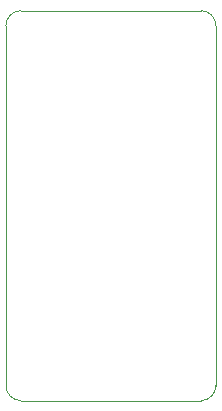
<source format=gm1>
G04 #@! TF.GenerationSoftware,KiCad,Pcbnew,(6.0.7)*
G04 #@! TF.CreationDate,2023-04-10T20:46:38+08:00*
G04 #@! TF.ProjectId,switchNMos1,73776974-6368-44e4-9d6f-73312e6b6963,rev?*
G04 #@! TF.SameCoordinates,Original*
G04 #@! TF.FileFunction,Profile,NP*
%FSLAX46Y46*%
G04 Gerber Fmt 4.6, Leading zero omitted, Abs format (unit mm)*
G04 Created by KiCad (PCBNEW (6.0.7)) date 2023-04-10 20:46:38*
%MOMM*%
%LPD*%
G01*
G04 APERTURE LIST*
G04 #@! TA.AperFunction,Profile*
%ADD10C,0.100000*%
G04 #@! TD*
G04 APERTURE END LIST*
D10*
X123190000Y-86360000D02*
X138430000Y-86360000D01*
X121920000Y-118110000D02*
G75*
G03*
X123190000Y-119380000I1270000J0D01*
G01*
X139700000Y-87630000D02*
G75*
G03*
X138430000Y-86360000I-1270000J0D01*
G01*
X121920000Y-116840000D02*
X121920000Y-87630000D01*
X138430000Y-119380000D02*
X123190000Y-119380000D01*
X139700000Y-87630000D02*
X139700000Y-118110000D01*
X138430000Y-119380000D02*
G75*
G03*
X139700000Y-118110000I0J1270000D01*
G01*
X123190000Y-86360000D02*
G75*
G03*
X121920000Y-87630000I0J-1270000D01*
G01*
X121920000Y-118110000D02*
X121920000Y-116840000D01*
M02*

</source>
